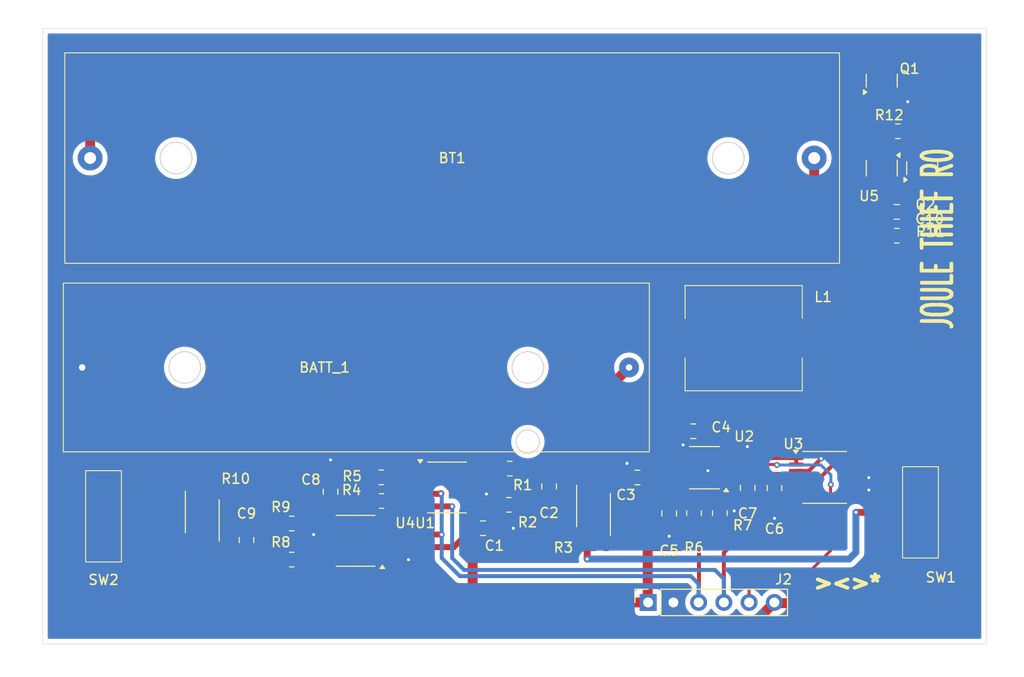
<source format=kicad_pcb>
(kicad_pcb (version 20241229) (generator "pcbnew") (generator_version "9.0")
  (title_block (title "Joule Thief R0") (date "2025-03-15") (rev "5") (company "Suneater Labs"))
  (layers (0 "F.Cu" signal) (2 "B.Cu" signal) (13 "F.Paste" user) (15 "B.Paste" user) (5 "F.SilkS" user "F.Silkscreen") (7 "B.SilkS" user "B.Silkscreen") (1 "F.Mask" user) (3 "B.Mask" user) (25 "Edge.Cuts" user))
  (net 0 "")
  (net 1 "+ALK")
  (net 2 "GND")
  (net 3 "LITH")
  (net 4 "Net-(BT1--)")
  (net 5 "V5+")
  (net 6 "Net-(C2-Pad1)")
  (net 7 "Net-(C2-Pad2)")
  (net 8 "Net-(SW1-B)")
  (net 9 "Net-(U2-AUX)")
  (net 10 "Net-(U2-LDO)")
  (net 11 "Net-(C9-Pad1)")
  (net 12 "Net-(C9-Pad2)")
  (net 13 "Net-(U5-VCC)")
  (net 14 "SDA")
  (net 15 "SHDN")
  (net 16 "SCL")
  (net 17 "Net-(U2-SWITCH)")
  (net 18 "Net-(Q1-D)")
  (net 19 "Net-(Q1-G)")
  (net 20 "Net-(Q2-G)")
  (net 21 "Net-(U1-IN+)")
  (net 22 "Net-(U1-IN-)")
  (net 23 "Net-(SW1-A)")
  (net 24 "Net-(U2-FB)")
  (net 25 "Net-(U4-IN+)")
  (net 26 "Net-(U4-IN-)")
  (net 27 "Net-(U5-CS)")
  (net 28 "MPPC")
  (net 34 "Net-(SW2-B)")
  (footprint "Joule Thief-Library:18650_Cell_Clip" (layer "F.Cu") (at 99.85 42.4)
    (property "Reference" "BT1" (at 0 0 0) (layer "F.SilkS") (effects (font (thickness 0.16))))
    (property "Value" "Battery_Cell")
    (fp_circle (center -27.8 0) (end -26.2 0) (stroke (width 0.1)) (fill no) (layer "Edge.Cuts"))
    (fp_circle (center 27.8 0) (end 29.4 0) (stroke (width 0.1)) (fill no) (layer "Edge.Cuts"))
    (pad "1" thru_hole circle (at 36.45 0) (size 2.5 2.5) (drill 1.2) (layers "*.Cu" "*.Mask") (net 3 "LITH"))
    (pad "2" thru_hole circle (at -36.45 0) (size 2.5 2.5) (drill 1.2) (layers "*.Cu" "*.Mask") (net 4 "Net-(BT1--)"))
  )
  (footprint "Joule Thief-Library:AA_Cell_Clip" (layer "F.Cu") (at 90.2 63.5)
    (property "Reference" "BATT_1" (at -3.1975 0 0) (layer "F.SilkS") (effects (font (thickness 0.16))))
    (property "Value" "Alkaline AA")
    (fp_circle (center -17.27 0) (end -15.68 0) (stroke (width 0.1)) (fill no) (layer "Edge.Cuts"))
    (fp_circle (center 17.27 0) (end 18.86 0) (stroke (width 0.1)) (fill no) (layer "Edge.Cuts"))
    (fp_circle (center 17.27 7.47) (end 18.45 7.47) (stroke (width 0.1)) (fill no) (layer "Edge.Cuts"))
    (pad "1" thru_hole circle (at 27.46 0) (size 2 2) (drill 0.65) (layers "*.Cu" "*.Mask") (net 1 "+ALK"))
    (pad "2" thru_hole circle (at -27.6 0) (size 2 2) (drill 0.65) (layers "*.Cu" "*.Mask") (net 2 "GND"))
  )
  (footprint "Resistor_SMD:R_0805_2012Metric_Pad1.20x1.40mm_HandSolder" (layer "F.Cu") (at 105.66 73.69)
    (property "Reference" "R1" (at 1.29 1.66 0) (layer "F.SilkS") (effects (font (thickness 0.16))))
    (property "Value" "10")
    (pad "1" smd roundrect (at -1 0) (size 1.2 1.4) (layers "F.Cu" "F.Mask" "F.Paste") (roundrect_rratio 0.208333) (net 21 "Net-(U1-IN+)"))
    (pad "2" smd roundrect (at 1 0) (size 1.2 1.4) (layers "F.Cu" "F.Mask" "F.Paste") (roundrect_rratio 0.208333) (net 6 "Net-(C2-Pad1)"))
  )
  (footprint "Package_SO:TSSOP-14_4.4x5mm_P0.65mm" (layer "F.Cu") (at 137.35 74.575)
    (property "Reference" "U3" (at -3.15 -3.375 180) (layer "F.SilkS") (effects (font (thickness 0.16))))
    (property "Value" "AD5280")
    (pad "1" smd roundrect (at -2.8625 -1.95) (size 1.475 0.4) (layers "F.Cu" "F.Mask" "F.Paste") (net 28 "MPPC"))
    (pad "2" smd roundrect (at -2.8625 -1.3) (size 1.475 0.4) (layers "F.Cu" "F.Mask" "F.Paste") (net 28 "MPPC"))
    (pad "3" smd roundrect (at -2.8625 -0.65) (size 1.475 0.4) (layers "F.Cu" "F.Mask" "F.Paste") (net 2 "GND"))
    (pad "4" smd roundrect (at -2.8625 0) (size 1.475 0.4) (layers "F.Cu" "F.Mask" "F.Paste") (net 5 "V5+"))
    (pad "5" smd roundrect (at -2.8625 0.65) (size 1.475 0.4) (layers "F.Cu" "F.Mask" "F.Paste"))
    (pad "6" smd roundrect (at -2.8625 1.3) (size 1.475 0.4) (layers "F.Cu" "F.Mask" "F.Paste") (net 16 "SCL"))
    (pad "7" smd roundrect (at -2.8625 1.95) (size 1.475 0.4) (layers "F.Cu" "F.Mask" "F.Paste") (net 14 "SDA"))
    (pad "8" smd roundrect (at 2.8625 1.95) (size 1.475 0.4) (layers "F.Cu" "F.Mask" "F.Paste") (net 2 "GND"))
    (pad "9" smd roundrect (at 2.8625 1.3) (size 1.475 0.4) (layers "F.Cu" "F.Mask" "F.Paste") (net 2 "GND"))
    (pad "10" smd roundrect (at 2.8625 0.65) (size 1.475 0.4) (layers "F.Cu" "F.Mask" "F.Paste") (net 2 "GND"))
    (pad "11" smd roundrect (at 2.8625 0) (size 1.475 0.4) (layers "F.Cu" "F.Mask" "F.Paste") (net 2 "GND"))
    (pad "12" smd roundrect (at 2.8625 -0.65) (size 1.475 0.4) (layers "F.Cu" "F.Mask" "F.Paste"))
    (pad "13" smd roundrect (at 2.8625 -1.3) (size 1.475 0.4) (layers "F.Cu" "F.Mask" "F.Paste") (net 5 "V5+"))
    (pad "14" smd roundrect (at 2.8625 -1.95) (size 1.475 0.4) (layers "F.Cu" "F.Mask" "F.Paste"))
  )
  (footprint "Package_SO:MSOP-12_3x4.039mm_P0.65mm" (layer "F.Cu") (at 125.25 73.6 180)
    (property "Reference" "U2" (at -4 3.15 0) (layer "F.SilkS") (effects (font (thickness 0.16))))
    (property "Value" "LTC3105xMS")
    (pad "1" smd roundrect (at -2.15 -1.625 180) (size 1.45 0.4) (layers "F.Cu" "F.Mask" "F.Paste") (net 24 "Net-(U2-FB)"))
    (pad "2" smd roundrect (at -2.15 -0.975 180) (size 1.45 0.4) (layers "F.Cu" "F.Mask" "F.Paste") (net 10 "Net-(U2-LDO)"))
    (pad "3" smd roundrect (at -2.15 -0.325 180) (size 1.45 0.4) (layers "F.Cu" "F.Mask" "F.Paste") (net 2 "GND"))
    (pad "4" smd roundrect (at -2.15 0.325 180) (size 1.45 0.4) (layers "F.Cu" "F.Mask" "F.Paste") (net 15 "SHDN"))
    (pad "5" smd roundrect (at -2.15 0.975 180) (size 1.45 0.4) (layers "F.Cu" "F.Mask" "F.Paste") (net 28 "MPPC"))
    (pad "6" smd roundrect (at -2.15 1.625 180) (size 1.45 0.4) (layers "F.Cu" "F.Mask" "F.Paste") (net 2 "GND"))
    (pad "7" smd roundrect (at 2.15 1.625 180) (size 1.45 0.4) (layers "F.Cu" "F.Mask" "F.Paste") (net 2 "GND"))
    (pad "8" smd roundrect (at 2.15 0.975 180) (size 1.45 0.4) (layers "F.Cu" "F.Mask" "F.Paste") (net 23 "Net-(SW1-A)"))
    (pad "9" smd roundrect (at 2.15 0.325 180) (size 1.45 0.4) (layers "F.Cu" "F.Mask" "F.Paste") (net 17 "Net-(U2-SWITCH)"))
    (pad "10" smd roundrect (at 2.15 -0.325 180) (size 1.45 0.4) (layers "F.Cu" "F.Mask" "F.Paste"))
    (pad "11" smd roundrect (at 2.15 -0.975 180) (size 1.45 0.4) (layers "F.Cu" "F.Mask" "F.Paste") (net 5 "V5+"))
    (pad "12" smd roundrect (at 2.15 -1.625 180) (size 1.45 0.4) (layers "F.Cu" "F.Mask" "F.Paste") (net 9 "Net-(U2-AUX)"))
  )
  (footprint "Capacitor_SMD:C_0805_2012Metric_Pad1.18x1.45mm_HandSolder" (layer "F.Cu") (at 118.5 74.5875)
    (property "Reference" "C3" (at -1.15 1.75 0) (layer "F.SilkS") (effects (font (thickness 0.16))))
    (property "Value" "100u")
    (pad "1" smd roundrect (at -1.0375 0) (size 1.175 1.45) (layers "F.Cu" "F.Mask" "F.Paste") (roundrect_rratio 0.212766) (net 2 "GND"))
    (pad "2" smd roundrect (at 1.0375 0) (size 1.175 1.45) (layers "F.Cu" "F.Mask" "F.Paste") (roundrect_rratio 0.212766) (net 5 "V5+"))
  )
  (footprint "Resistor_SMD:R_0805_2012Metric_Pad1.20x1.40mm_HandSolder" (layer "F.Cu") (at 144.725 39.7 180)
    (property "Reference" "R12" (at 0.875 1.625 0) (layer "F.SilkS") (effects (font (thickness 0.16))))
    (property "Value" "1k")
    (pad "1" smd roundrect (at -1 0 180) (size 1.2 1.4) (layers "F.Cu" "F.Mask" "F.Paste") (roundrect_rratio 0.208333) (net 2 "GND"))
    (pad "2" smd roundrect (at 1 0 180) (size 1.2 1.4) (layers "F.Cu" "F.Mask" "F.Paste") (roundrect_rratio 0.208333) (net 27 "Net-(U5-CS)"))
  )
  (footprint "Resistor_SMD:R_0805_2012Metric_Pad1.20x1.40mm_HandSolder" (layer "F.Cu") (at 124.2 78.175 90)
    (property "Reference" "R6" (at -3.475 0 180) (layer "F.SilkS") (effects (font (thickness 0.16))))
    (property "Value" "910k")
    (pad "1" smd roundrect (at -1 0 90) (size 1.2 1.4) (layers "F.Cu" "F.Mask" "F.Paste") (roundrect_rratio 0.208333) (net 5 "V5+"))
    (pad "2" smd roundrect (at 1 0 90) (size 1.2 1.4) (layers "F.Cu" "F.Mask" "F.Paste") (roundrect_rratio 0.208333) (net 24 "Net-(U2-FB)"))
  )
  (footprint "Resistor_SMD:R_0805_2012Metric_Pad1.20x1.40mm_HandSolder" (layer "F.Cu") (at 83.695 82.8575 180)
    (property "Reference" "R8" (at 1.09 1.7475 0) (layer "F.SilkS") (effects (font (thickness 0.16))))
    (property "Value" "10")
    (pad "1" smd roundrect (at -1 0 180) (size 1.2 1.4) (layers "F.Cu" "F.Mask" "F.Paste") (roundrect_rratio 0.208333) (net 25 "Net-(U4-IN+)"))
    (pad "2" smd roundrect (at 1 0 180) (size 1.2 1.4) (layers "F.Cu" "F.Mask" "F.Paste") (roundrect_rratio 0.208333) (net 12 "Net-(C9-Pad2)"))
  )
  (footprint "Resistor_SMD:R_0805_2012Metric_Pad1.20x1.40mm_HandSolder" (layer "F.Cu") (at 83.695 79.22 180)
    (property "Reference" "R9" (at 1.09 1.66 0) (layer "F.SilkS") (effects (font (thickness 0.16))))
    (property "Value" "10")
    (pad "1" smd roundrect (at -1 0 180) (size 1.2 1.4) (layers "F.Cu" "F.Mask" "F.Paste") (roundrect_rratio 0.208333) (net 26 "Net-(U4-IN-)"))
    (pad "2" smd roundrect (at 1 0 180) (size 1.2 1.4) (layers "F.Cu" "F.Mask" "F.Paste") (roundrect_rratio 0.208333) (net 11 "Net-(C9-Pad1)"))
  )
  (footprint "Capacitor_SMD:C_0805_2012Metric_Pad1.18x1.45mm_HandSolder" (layer "F.Cu") (at 109.61 75.49 -90)
    (property "Reference" "C2" (at 2.66 0.01 180) (layer "F.SilkS") (effects (font (thickness 0.16))))
    (property "Value" "0.1u")
    (pad "1" smd roundrect (at -1.0375 0 270) (size 1.175 1.45) (layers "F.Cu" "F.Mask" "F.Paste") (roundrect_rratio 0.212766) (net 6 "Net-(C2-Pad1)"))
    (pad "2" smd roundrect (at 1.0375 0 270) (size 1.175 1.45) (layers "F.Cu" "F.Mask" "F.Paste") (roundrect_rratio 0.212766) (net 7 "Net-(C2-Pad2)"))
  )
  (footprint "Package_TO_SOT_SMD:SOT-23" (layer "F.Cu") (at 143.1 34.6 90)
    (property "Reference" "Q1" (at 1.2 2.8 0) (layer "F.SilkS") (effects (font (thickness 0.16))))
    (property "Value" "AO3400A")
    (pad "1" smd roundrect (at -0.9375 -0.95 90) (size 1.475 0.6) (layers "F.Cu" "F.Mask" "F.Paste") (net 19 "Net-(Q1-G)"))
    (pad "2" smd roundrect (at -0.9375 0.95 90) (size 1.475 0.6) (layers "F.Cu" "F.Mask" "F.Paste") (net 2 "GND"))
    (pad "3" smd roundrect (at 0.9375 0 90) (size 1.475 0.6) (layers "F.Cu" "F.Mask" "F.Paste") (net 18 "Net-(Q1-D)"))
  )
  (footprint "Capacitor_SMD:C_0805_2012Metric_Pad1.18x1.45mm_HandSolder" (layer "F.Cu") (at 79.1425 80.895 -90)
    (property "Reference" "C9" (at -2.685 0 0) (layer "F.SilkS") (effects (font (thickness 0.16))))
    (property "Value" "0.1u")
    (pad "1" smd roundrect (at -1.0375 0 270) (size 1.175 1.45) (layers "F.Cu" "F.Mask" "F.Paste") (roundrect_rratio 0.212766) (net 11 "Net-(C9-Pad1)"))
    (pad "2" smd roundrect (at 1.0375 0 270) (size 1.175 1.45) (layers "F.Cu" "F.Mask" "F.Paste") (roundrect_rratio 0.212766) (net 12 "Net-(C9-Pad2)"))
  )
  (footprint "Capacitor_SMD:C_0805_2012Metric_Pad1.18x1.45mm_HandSolder" (layer "F.Cu") (at 121.7 78.2125 -90)
    (property "Reference" "C5" (at 3.7375 0 180) (layer "F.SilkS") (effects (font (thickness 0.16))))
    (property "Value" "1u")
    (pad "1" smd roundrect (at -1.0375 0 270) (size 1.175 1.45) (layers "F.Cu" "F.Mask" "F.Paste") (roundrect_rratio 0.212766) (net 9 "Net-(U2-AUX)"))
    (pad "2" smd roundrect (at 1.0375 0 270) (size 1.175 1.45) (layers "F.Cu" "F.Mask" "F.Paste") (roundrect_rratio 0.212766) (net 2 "GND"))
  )
  (footprint "Connector_PinSocket_2.54mm:PinSocket_1x06_P2.54mm_Vertical" (layer "F.Cu") (at 119.585 87.175 90)
    (property "Reference" "J2" (at 2.325 13.625 0) (layer "F.SilkS") (effects (font (thickness 0.16))))
    (property "Value" "Conn_01x06_Socket")
    (pad "1" thru_hole rect (at 0 0 90) (size 1.7 1.7) (drill 1) (layers "*.Cu" "*.Mask") (net 5 "V5+"))
    (pad "2" thru_hole oval (at 0 2.54 90) (size 1.7 1.7) (drill 1) (layers "*.Cu" "*.Mask") (net 2 "GND"))
    (pad "3" thru_hole oval (at 0 5.08 90) (size 1.7 1.7) (drill 1) (layers "*.Cu" "*.Mask") (net 14 "SDA"))
    (pad "4" thru_hole oval (at 0 7.62 90) (size 1.7 1.7) (drill 1) (layers "*.Cu" "*.Mask") (net 16 "SCL"))
    (pad "5" thru_hole oval (at 0 10.16 90) (size 1.7 1.7) (drill 1) (layers "*.Cu" "*.Mask") (net 15 "SHDN"))
    (pad "6" thru_hole oval (at 0 12.7 90) (size 1.7 1.7) (drill 1) (layers "*.Cu" "*.Mask") (net 3 "LITH"))
  )
  (footprint "Resistor_SMD:R_0805_2012Metric_Pad1.20x1.40mm_HandSolder" (layer "F.Cu") (at 105.56 77.34)
    (property "Reference" "R2" (at 1.89 1.76 0) (layer "F.SilkS") (effects (font (thickness 0.16))))
    (property "Value" "10")
    (pad "1" smd roundrect (at -1 0) (size 1.2 1.4) (layers "F.Cu" "F.Mask" "F.Paste") (roundrect_rratio 0.208333) (net 22 "Net-(U1-IN-)"))
    (pad "2" smd roundrect (at 1 0) (size 1.2 1.4) (layers "F.Cu" "F.Mask" "F.Paste") (roundrect_rratio 0.208333) (net 7 "Net-(C2-Pad2)"))
  )
  (footprint "Package_TO_SOT_SMD:SOT-23-6" (layer "F.Cu") (at 143.1 43.4125 -90)
    (property "Reference" "U5" (at 2.8125 1.275 180) (layer "F.SilkS") (effects (font (thickness 0.16))))
    (property "Value" "DW01A")
    (pad "1" smd roundrect (at -1.1375 -0.95 270) (size 1.325 0.6) (layers "F.Cu" "F.Mask" "F.Paste") (net 20 "Net-(Q2-G)"))
    (pad "2" smd roundrect (at -1.1375 0 270) (size 1.325 0.6) (layers "F.Cu" "F.Mask" "F.Paste") (net 27 "Net-(U5-CS)"))
    (pad "3" smd roundrect (at -1.1375 0.95 270) (size 1.325 0.6) (layers "F.Cu" "F.Mask" "F.Paste") (net 19 "Net-(Q1-G)"))
    (pad "4" smd roundrect (at 1.1375 0.95 270) (size 1.325 0.6) (layers "F.Cu" "F.Mask" "F.Paste"))
    (pad "5" smd roundrect (at 1.1375 0 270) (size 1.325 0.6) (layers "F.Cu" "F.Mask" "F.Paste") (net 13 "Net-(U5-VCC)"))
    (pad "6" smd roundrect (at 1.1375 -0.95 270) (size 1.325 0.6) (layers "F.Cu" "F.Mask" "F.Paste") (net 4 "Net-(BT1--)"))
  )
  (footprint "Capacitor_SMD:C_0805_2012Metric_Pad1.18x1.45mm_HandSolder" (layer "F.Cu") (at 124.125 69.925 180)
    (property "Reference" "C4" (at -2.8 0.4 0) (layer "F.SilkS") (effects (font (thickness 0.16))))
    (property "Value" "10u")
    (pad "1" smd roundrect (at -1.0375 0 180) (size 1.175 1.45) (layers "F.Cu" "F.Mask" "F.Paste") (roundrect_rratio 0.212766) (net 23 "Net-(SW1-A)"))
    (pad "2" smd roundrect (at 1.0375 0 180) (size 1.175 1.45) (layers "F.Cu" "F.Mask" "F.Paste") (roundrect_rratio 0.212766) (net 2 "GND"))
  )
  (footprint "Package_TO_SOT_SMD:SOT-23" (layer "F.Cu") (at 147.175 43.425 90)
    (property "Reference" "Q2" (at -3.675 0.325 180) (layer "F.SilkS") (effects (font (thickness 0.16))))
    (property "Value" "AO3400A")
    (pad "1" smd roundrect (at -0.9375 -0.95 90) (size 1.475 0.6) (layers "F.Cu" "F.Mask" "F.Paste") (net 20 "Net-(Q2-G)"))
    (pad "2" smd roundrect (at -0.9375 0.95 90) (size 1.475 0.6) (layers "F.Cu" "F.Mask" "F.Paste") (net 4 "Net-(BT1--)"))
    (pad "3" smd roundrect (at 0.9375 0 90) (size 1.475 0.6) (layers "F.Cu" "F.Mask" "F.Paste") (net 18 "Net-(Q1-D)"))
  )
  (footprint "Capacitor_SMD:C_0805_2012Metric_Pad1.18x1.45mm_HandSolder" (layer "F.Cu") (at 129.6 75.6375 -90)
    (property "Reference" "C7" (at 2.5625 0 180) (layer "F.SilkS") (effects (font (thickness 0.16))))
    (property "Value" "4.7u")
    (pad "1" smd roundrect (at -1.0375 0 270) (size 1.175 1.45) (layers "F.Cu" "F.Mask" "F.Paste") (roundrect_rratio 0.212766) (net 10 "Net-(U2-LDO)"))
    (pad "2" smd roundrect (at 1.0375 0 270) (size 1.175 1.45) (layers "F.Cu" "F.Mask" "F.Paste") (roundrect_rratio 0.212766) (net 2 "GND"))
  )
  (footprint "Capacitor_SMD:C_0805_2012Metric_Pad1.18x1.45mm_HandSolder" (layer "F.Cu") (at 132.3 75.65 -90)
    (property "Reference" "C6" (at 4.1 0 180) (layer "F.SilkS") (effects (font (thickness 0.16))))
    (property "Value" "0.1u")
    (pad "1" smd roundrect (at -1.0375 0 270) (size 1.175 1.45) (layers "F.Cu" "F.Mask" "F.Paste") (roundrect_rratio 0.212766) (net 5 "V5+"))
    (pad "2" smd roundrect (at 1.0375 0 270) (size 1.175 1.45) (layers "F.Cu" "F.Mask" "F.Paste") (roundrect_rratio 0.212766) (net 2 "GND"))
  )
  (footprint "Resistor_SMD:R_Shunt_Vishay_WSK2512_6332Metric_T1.19mm" (layer "F.Cu") (at 74.69 78.49 90)
    (property "Reference" "R10" (at 3.78 3.365 0) (layer "F.SilkS") (effects (font (thickness 0.16))))
    (property "Value" "0.1R")
    (pad "1" smd roundrect (at -2.985 -0.635 90) (size 2.29 2.03) (layers "F.Cu" "F.Mask" "F.Paste") (roundrect_rratio 0.12) (net 34 "Net-(SW2-B)"))
    (pad "2" smd roundrect (at -3.43 1.27 90) (size 1.4 0.76) (layers "F.Cu" "F.Mask" "F.Paste") (roundrect_rratio 0.12) (net 12 "Net-(C9-Pad2)"))
    (pad "3" smd roundrect (at 3.43 -1.27 90) (size 1.4 0.76) (layers "F.Cu" "F.Mask" "F.Paste") (net 11 "Net-(C9-Pad1)"))
    (pad "4" smd roundrect (at 2.985 0.635 90) (size 2.29 2.03) (layers "F.Cu" "F.Mask" "F.Paste") (roundrect_rratio 0.12) (net 3 "LITH"))
  )
  (footprint "Package_SO:SOIC-8_3.9x4.9mm_P1.27mm" (layer "F.Cu") (at 90.12 80.965 180)
    (property "Reference" "U4" (at -5.005 1.79 0) (layer "F.SilkS") (effects (font (thickness 0.16))))
    (property "Value" "INA219AxD")
    (pad "1" smd roundrect (at -2.475 -1.905 180) (size 1.95 0.6) (layers "F.Cu" "F.Mask" "F.Paste") (net 2 "GND"))
    (pad "2" smd roundrect (at -2.475 -0.635 180) (size 1.95 0.6) (layers "F.Cu" "F.Mask" "F.Paste") (net 5 "V5+"))
    (pad "3" smd roundrect (at -2.475 0.635 180) (size 1.95 0.6) (layers "F.Cu" "F.Mask" "F.Paste") (net 14 "SDA"))
    (pad "4" smd roundrect (at -2.475 1.905 180) (size 1.95 0.6) (layers "F.Cu" "F.Mask" "F.Paste") (net 16 "SCL"))
    (pad "5" smd roundrect (at 2.475 1.905 180) (size 1.95 0.6) (layers "F.Cu" "F.Mask" "F.Paste") (net 5 "V5+"))
    (pad "6" smd roundrect (at 2.475 0.635 180) (size 1.95 0.6) (layers "F.Cu" "F.Mask" "F.Paste") (net 2 "GND"))
    (pad "7" smd roundrect (at 2.475 -0.635 180) (size 1.95 0.6) (layers "F.Cu" "F.Mask" "F.Paste") (net 26 "Net-(U4-IN-)"))
    (pad "8" smd roundrect (at 2.475 -1.905 180) (size 1.95 0.6) (layers "F.Cu" "F.Mask" "F.Paste") (net 25 "Net-(U4-IN+)"))
  )
  (footprint "Resistor_SMD:R_Shunt_Vishay_WSK2512_6332Metric_T1.19mm" (layer "F.Cu") (at 114.08 77.87 -90)
    (property "Reference" "R3" (at 3.78 3.03 180) (layer "F.SilkS") (effects (font (thickness 0.16))))
    (property "Value" "0.1R")
    (pad "1" smd roundrect (at -2.985 -0.635 270) (size 2.29 2.03) (layers "F.Cu" "F.Mask" "F.Paste") (roundrect_rratio 0.12) (net 1 "+ALK"))
    (pad "2" smd roundrect (at -3.43 1.27 270) (size 1.4 0.76) (layers "F.Cu" "F.Mask" "F.Paste") (roundrect_rratio 0.12) (net 6 "Net-(C2-Pad1)"))
    (pad "3" smd roundrect (at 3.43 -1.27 270) (size 1.4 0.76) (layers "F.Cu" "F.Mask" "F.Paste") (net 7 "Net-(C2-Pad2)"))
    (pad "4" smd roundrect (at 2.985 0.635 270) (size 2.29 2.03) (layers "F.Cu" "F.Mask" "F.Paste") (roundrect_rratio 0.12) (net 8 "Net-(SW1-B)"))
  )
  (footprint "Joule Thief-Library:Power_Inductor_101040" (layer "F.Cu") (at 129.2 60.55)
    (property "Reference" "L1" (at 8 -4.15 0) (layer "F.SilkS") (effects (font (thickness 0.16))))
    (property "Value" "10u")
    (pad "1" smd roundrect (at -4.75 0 90) (size 3.5 4) (layers "F.Cu" "F.Mask" "F.Paste") (roundrect_rratio 0.15) (net 23 "Net-(SW1-A)"))
    (pad "2" smd roundrect (at 4.75 0 90) (size 3.5 4) (layers "F.Cu" "F.Mask" "F.Paste") (roundrect_rratio 0.15) (net 17 "Net-(U2-SWITCH)"))
  )
  (footprint "Resistor_SMD:R_0805_2012Metric_Pad1.20x1.40mm_HandSolder" (layer "F.Cu") (at 126.8 78.175 -90)
    (property "Reference" "R7" (at 1.225 -2.3 180) (layer "F.SilkS") (effects (font (thickness 0.16))))
    (property "Value" "220k")
    (pad "1" smd roundrect (at -1 0 270) (size 1.2 1.4) (layers "F.Cu" "F.Mask" "F.Paste") (roundrect_rratio 0.208333) (net 24 "Net-(U2-FB)"))
    (pad "2" smd roundrect (at 1 0 270) (size 1.2 1.4) (layers "F.Cu" "F.Mask" "F.Paste") (roundrect_rratio 0.208333) (net 2 "GND"))
  )
  (footprint "Resistor_SMD:R_0805_2012Metric_Pad1.20x1.40mm_HandSolder" (layer "F.Cu") (at 144.6125 50.225)
    (property "Reference" "R11" (at 3.3875 -0.4 180) (layer "F.SilkS") (effects (font (thickness 0.16))))
    (property "Value" "100")
    (pad "1" smd roundrect (at -1 0) (size 1.2 1.4) (layers "F.Cu" "F.Mask" "F.Paste") (roundrect_rratio 0.208333) (net 13 "Net-(U5-VCC)"))
    (pad "2" smd roundrect (at 1 0) (size 1.2 1.4) (layers "F.Cu" "F.Mask" "F.Paste") (roundrect_rratio 0.208333) (net 3 "LITH"))
  )
  (footprint "Capacitor_SMD:C_0805_2012Metric_Pad1.18x1.45mm_HandSolder" (layer "F.Cu") (at 87.6075 76.02 90)
    (property "Reference" "C8" (at 1.22 -1.9825 180) (layer "F.SilkS") (effects (font (thickness 0.16))))
    (property "Value" "0.1u")
    (pad "1" smd roundrect (at -1.0375 0 90) (size 1.175 1.45) (layers "F.Cu" "F.Mask" "F.Paste") (roundrect_rratio 0.212766) (net 5 "V5+"))
    (pad "2" smd roundrect (at 1.0375 0 90) (size 1.175 1.45) (layers "F.Cu" "F.Mask" "F.Paste") (roundrect_rratio 0.212766) (net 2 "GND"))
  )
  (footprint "Joule Thief-Library:SMD_DPST_Switch" (layer "F.Cu") (at 147 78.1 -90)
    (property "Reference" "SW1" (at 6.55 -2.05 0) (layer "F.SilkS") (effects (font (thickness 0.16))))
    (property "Value" "SW_SPST")
    (pad "1" smd roundrect (at -2.5 3.45) (size 1.5 0.6) (layers "F.Cu" "F.Mask" "F.Paste") (roundrect_rratio 0.15) (net 23 "Net-(SW1-A)"))
    (pad "2" smd roundrect (at 0 3.45) (size 1.5 0.6) (layers "F.Cu" "F.Mask" "F.Paste") (roundrect_rratio 0.15) (net 8 "Net-(SW1-B)"))
    (pad "3" smd roundrect (at 2.5 3.45) (size 1.5 0.6) (layers "F.Cu" "F.Mask" "F.Paste") (roundrect_rratio 0.15))
    (pad "4" smd roundrect (at -2.5 -3.55) (size 1.5 0.6) (layers "F.Cu" "F.Mask" "F.Paste") (roundrect_rratio 0.15))
    (pad "5" smd roundrect (at 0 -3.55) (size 1.5 0.6) (layers "F.Cu" "F.Mask" "F.Paste") (roundrect_rratio 0.15))
    (pad "6" smd roundrect (at 2.5 -3.55) (size 1.5 0.6) (layers "F.Cu" "F.Mask" "F.Paste") (roundrect_rratio 0.15))
  )
  (footprint "Resistor_SMD:R_0805_2012Metric_Pad1.20x1.40mm_HandSolder" (layer "F.Cu") (at 92.7 74.575)
    (property "Reference" "R5" (at -2.925 -0.125 180) (layer "F.SilkS") (effects (font (thickness 0.16))))
    (property "Value" "4.7k")
    (pad "1" smd roundrect (at -1 0) (size 1.2 1.4) (layers "F.Cu" "F.Mask" "F.Paste") (roundrect_rratio 0.208333) (net 5 "V5+"))
    (pad "2" smd roundrect (at 1 0) (size 1.2 1.4) (layers "F.Cu" "F.Mask" "F.Paste") (roundrect_rratio 0.208333) (net 14 "SDA"))
  )
  (footprint "Resistor_SMD:R_0805_2012Metric_Pad1.20x1.40mm_HandSolder" (layer "F.Cu") (at 92.74 76.955)
    (property "Reference" "R4" (at -3.015 -1.105 180) (layer "F.SilkS") (effects (font (thickness 0.16))))
    (property "Value" "4.7k")
    (pad "1" smd roundrect (at -1 0) (size 1.2 1.4) (layers "F.Cu" "F.Mask" "F.Paste") (roundrect_rratio 0.208333) (net 5 "V5+"))
    (pad "2" smd roundrect (at 1 0) (size 1.2 1.4) (layers "F.Cu" "F.Mask" "F.Paste") (roundrect_rratio 0.208333) (net 16 "SCL"))
  )
  (footprint "Capacitor_SMD:C_0805_2012Metric_Pad1.18x1.45mm_HandSolder" (layer "F.Cu") (at 102.9525 79.6975)
    (property "Reference" "C1" (at 1.1475 1.7525 0) (layer "F.SilkS") (effects (font (thickness 0.16))))
    (property "Value" "0.1u")
    (pad "1" smd roundrect (at -1.0375 0) (size 1.175 1.45) (layers "F.Cu" "F.Mask" "F.Paste") (roundrect_rratio 0.212766) (net 5 "V5+"))
    (pad "2" smd roundrect (at 1.0375 0) (size 1.175 1.45) (layers "F.Cu" "F.Mask" "F.Paste") (roundrect_rratio 0.212766) (net 2 "GND"))
  )
  (footprint "Package_SO:SOIC-8_3.9x4.9mm_P1.27mm" (layer "F.Cu") (at 99.335 75.595)
    (property "Reference" "U1" (at -2.21 3.58 0) (layer "F.SilkS") (effects (font (thickness 0.16))))
    (property "Value" "INA219AxD")
    (pad "1" smd roundrect (at -2.475 -1.905) (size 1.95 0.6) (layers "F.Cu" "F.Mask" "F.Paste") (net 2 "GND"))
    (pad "2" smd roundrect (at -2.475 -0.635) (size 1.95 0.6) (layers "F.Cu" "F.Mask" "F.Paste") (net 2 "GND"))
    (pad "3" smd roundrect (at -2.475 0.635) (size 1.95 0.6) (layers "F.Cu" "F.Mask" "F.Paste") (net 14 "SDA"))
    (pad "4" smd roundrect (at -2.475 1.905) (size 1.95 0.6) (layers "F.Cu" "F.Mask" "F.Paste") (net 16 "SCL"))
    (pad "5" smd roundrect (at 2.475 1.905) (size 1.95 0.6) (layers "F.Cu" "F.Mask" "F.Paste") (net 5 "V5+"))
    (pad "6" smd roundrect (at 2.475 0.635) (size 1.95 0.6) (layers "F.Cu" "F.Mask" "F.Paste") (net 2 "GND"))
    (pad "7" smd roundrect (at 2.475 -0.635) (size 1.95 0.6) (layers "F.Cu" "F.Mask" "F.Paste") (net 22 "Net-(U1-IN-)"))
    (pad "8" smd roundrect (at 2.475 -1.905) (size 1.95 0.6) (layers "F.Cu" "F.Mask" "F.Paste") (net 21 "Net-(U1-IN+)"))
  )
  (footprint "Capacitor_SMD:C_0805_2012Metric_Pad1.18x1.45mm_HandSolder" (layer "F.Cu") (at 144.6125 47.825)
    (property "Reference" "C10" (at 3.3125 0.7 180) (layer "F.SilkS") (effects (font (thickness 0.16))))
    (property "Value" "0.1u")
    (pad "1" smd roundrect (at -1.0375 0) (size 1.175 1.45) (layers "F.Cu" "F.Mask" "F.Paste") (roundrect_rratio 0.212766) (net 13 "Net-(U5-VCC)"))
    (pad "2" smd roundrect (at 1.0375 0) (size 1.175 1.45) (layers "F.Cu" "F.Mask" "F.Paste") (roundrect_rratio 0.212766) (net 4 "Net-(BT1--)"))
  )
  (footprint "Joule Thief-Library:SMD_DPST_Switch" (layer "F.Cu") (at 64.75 78.5 90)
    (property "Reference" "SW2" (at -6.4 0 0) (layer "F.SilkS") (effects (font (thickness 0.16))))
    (property "Value" "SW_SPST")
    (pad "1" smd roundrect (at -2.5 3.45 180) (size 1.5 0.6) (layers "F.Cu" "F.Mask" "F.Paste") (roundrect_rratio 0.15) (net 5 "V5+"))
    (pad "2" smd roundrect (at 0 3.45 180) (size 1.5 0.6) (layers "F.Cu" "F.Mask" "F.Paste") (roundrect_rratio 0.15) (net 34 "Net-(SW2-B)"))
    (pad "3" smd roundrect (at 2.5 3.45 180) (size 1.5 0.6) (layers "F.Cu" "F.Mask" "F.Paste") (roundrect_rratio 0.15))
    (pad "4" smd roundrect (at -2.5 -3.55 180) (size 1.5 0.6) (layers "F.Cu" "F.Mask" "F.Paste") (roundrect_rratio 0.15))
    (pad "5" smd roundrect (at 0 -3.55 180) (size 1.5 0.6) (layers "F.Cu" "F.Mask" "F.Paste") (roundrect_rratio 0.15))
    (pad "6" smd roundrect (at 2.5 -3.55 180) (size 1.5 0.6) (layers "F.Cu" "F.Mask" "F.Paste") (roundrect_rratio 0.15))
  )
  (gr_rect (start 58.625 29.345) (end 153.625 91.345) (stroke (width 0.05)) (fill no) (layer "Edge.Cuts"))
  (gr_text "JOULE THIEF R0" (at 150.5 59.85 90) (layer "F.SilkS") (effects (font (size 3 1.5) (thickness 0.375) (bold yes)) (justify left bottom)))
  (gr_text "><>*" (at 136.05 86.05 0) (layer "F.SilkS") (effects (font (size 1.5 1.5) (thickness 0.375) (bold yes)) (justify left bottom)))
  (segment (start 117.655 63.505) (end 114.715 66.445) (width 1) (layer "F.Cu") (net 1))
  (segment (start 114.715 66.445) (end 114.715 74.885) (width 1) (layer "F.Cu") (net 1))
  (segment (start 141.8 75.3) (end 141.8 75.85) (width 0.3) (layer "F.Cu") (net 2))
  (segment (start 140.2125 75.875) (end 141.775 75.875) (width 0.3) (layer "F.Cu") (net 2))
  (segment (start 128.425 76.675) (end 129.6 76.675) (width 0.4) (layer "F.Cu") (net 2))
  (segment (start 92.595 82.87) (end 95.455 82.87) (width 0.6) (layer "F.Cu") (net 2))
  (segment (start 87.645 80.33) (end 85.905 80.33) (width 0.6) (layer "F.Cu") (net 2))
  (segment (start 123.0875 71.2875) (end 123.1 71.3) (width 0.6) (layer "F.Cu") (net 2))
  (segment (start 141.8 76.523301) (end 141.801699 76.525) (width 0.3) (layer "F.Cu") (net 2))
  (segment (start 129.575 71.475) (end 129.075 71.975) (width 0.4) (layer "F.Cu") (net 2))
  (segment (start 141.8 75.85) (end 141.8 76.523301) (width 0.3) (layer "F.Cu") (net 2))
  (segment (start 144.5375 35.5375) (end 144.05 35.5375) (width 0.6) (layer "F.Cu") (net 2))
  (segment (start 128.25 79) (end 128.075 79.175) (width 0.4) (layer "F.Cu") (net 2))
  (segment (start 100.2 76.23) (end 101.81 76.23) (width 0.6) (layer "F.Cu") (net 2))
  (segment (start 96.86 74.96) (end 98.93 74.96) (width 0.6) (layer "F.Cu") (net 2))
  (segment (start 129.075 71.975) (end 127.4 71.975) (width 0.4) (layer "F.Cu") (net 2))
  (segment (start 98.7 73.73) (end 98.66 73.69) (width 0.6) (layer "F.Cu") (net 2))
  (segment (start 128.075 79.175) (end 126.8 79.175) (width 0.4) (layer "F.Cu") (net 2))
  (segment (start 145.725 36.725) (end 145.725 39.7) (width 0.6) (layer "F.Cu") (net 2))
  (segment (start 87.6075 72.8125) (end 87.605 72.81) (width 0.3) (layer "F.Cu") (net 2))
  (segment (start 105.9975 79.6975) (end 106 79.7) (width 0.3) (layer "F.Cu") (net 2))
  (segment (start 117.45 74.575) (end 117.4625 74.5875) (width 0.6) (layer "F.Cu") (net 2))
  (segment (start 132.3 78.7) (end 132.3 76.6875) (width 0.6) (layer "F.Cu") (net 2))
  (segment (start 105.0975 79.6975) (end 105.9975 79.6975) (width 0.6) (layer "F.Cu") (net 2))
  (segment (start 140.2125 75.225) (end 141.725 75.225) (width 0.3) (layer "F.Cu") (net 2))
  (segment (start 98.93 74.96) (end 100.2 76.23) (width 0.6) (layer "F.Cu") (net 2))
  (segment (start 127.4 73.925) (end 125.6 73.925) (width 0.4) (layer "F.Cu") (net 2))
  (segment (start 86.035 80.33) (end 86.055 80.31) (width 0.3) (layer "F.Cu") (net 2))
  (segment (start 128.25 77.95) (end 128.25 79) (width 0.4) (layer "F.Cu") (net 2))
  (segment (start 145.725 39.7) (end 145.775 39.65) (width 0.6) (layer "F.Cu") (net 2))
  (segment (start 145.725 36.725) (end 144.5375 35.5375) (width 0.6) (layer "F.Cu") (net 2))
  (segment (start 123.1 71.975) (end 123.1 71.3) (width 0.4) (layer "F.Cu") (net 2))
  (segment (start 125.6 73.925) (end 125.6 73.9) (width 0.4) (layer "F.Cu") (net 2))
  (segment (start 121.7 79.25) (end 121.7 80.5) (width 0.4) (layer "F.Cu") (net 2))
  (segment (start 98.66 73.69) (end 96.86 73.69) (width 0.6) (layer "F.Cu") (net 2))
  (segment (start 103.28 76.23) (end 103.3 76.25) (width 0.3) (layer "F.Cu") (net 2))
  (segment (start 141.8 74.6) (end 141.8 75.3) (width 0.3) (layer "F.Cu") (net 2))
  (segment (start 101.81 76.23) (end 103.28 76.23) (width 0.6) (layer "F.Cu") (net 2))
  (segment (start 141.775 75.875) (end 141.8 75.85) (width 0.3) (layer "F.Cu") (net 2))
  (segment (start 140.2375 74.6) (end 141.8 74.6) (width 0.3) (layer "F.Cu") (net 2))
  (segment (start 135.751498 73.925) (end 137.000979 72.675519) (width 0.4) (layer "F.Cu") (net 2))
  (segment (start 141.801699 76.525) (end 140.2125 76.525) (width 0.3) (layer "F.Cu") (net 2))
  (segment (start 141.725 75.225) (end 141.8 75.3) (width 0.3) (layer "F.Cu") (net 2))
  (segment (start 134.4875 73.925) (end 135.751498 73.925) (width 0.4) (layer "F.Cu") (net 2))
  (segment (start 98.7 73.73) (end 98.7 74.96) (width 0.6) (layer "F.Cu") (net 2))
  (segment (start 140.2125 74.575) (end 140.2375 74.6) (width 0.3) (layer "F.Cu") (net 2))
  (segment (start 87.6075 73.7125) (end 87.6075 72.8125) (width 0.6) (layer "F.Cu") (net 2))
  (segment (start 85.905 80.33) (end 86.035 80.33) (width 0.3) (layer "F.Cu") (net 2))
  (segment (start 123.0875 69.925) (end 123.0875 71.2875) (width 0.6) (layer "F.Cu") (net 2))
  (segment (start 87.6075 74.9825) (end 87.8325 74.9825) (width 0.3) (layer "F.Cu") (net 2))
  (segment (start 128.25 76.85) (end 128.425 76.675) (width 0.4) (layer "F.Cu") (net 2))
  (segment (start 87.6075 74.9825) (end 87.6075 73.7125) (width 0.6) (layer "F.Cu") (net 2))
  (segment (start 128.25 78.15) (end 128.25 77.95) (width 0.4) (layer "F.Cu") (net 2))
  (segment (start 128.25 77.95) (end 128.25 76.85) (width 0.4) (layer "F.Cu") (net 2))
  (segment (start 103.99 79.6975) (end 105.0975 79.6975) (width 0.6) (layer "F.Cu") (net 2))
  (segment (start 117.45 73.1625) (end 117.45 74.575) (width 0.6) (layer "F.Cu") (net 2))
  (via (at 125.6 73.9) (size 0.6) (drill 0.3) (layers "F.Cu" "B.Cu") (net 2))
  (via (at 95.455 82.87) (size 0.6) (drill 0.3) (layers "F.Cu" "B.Cu") (net 2))
  (via (at 145.725 36.725) (size 0.6) (drill 0.3) (layers "F.Cu" "B.Cu") (net 2))
  (via (at 132.3 78.7) (size 0.6) (drill 0.3) (layers "F.Cu" "B.Cu") (net 2))
  (via (at 123.1 71.3) (size 0.6) (drill 0.3) (layers "F.Cu" "B.Cu") (net 2))
  (via (at 128.25 77.95) (size 0.6) (drill 0.3) (layers "F.Cu" "B.Cu") (net 2))
  (via (at 141.8 74.6) (size 0.6) (drill 0.3) (layers "F.Cu" "B.Cu") (net 2))
  (via (at 121.7 80.5) (size 0.6) (drill 0.3) (layers "F.Cu" "B.Cu") (net 2))
  (via (at 117.45 73.1625) (size 0.6) (drill 0.3) (layers "F.Cu" "B.Cu") (net 2))
  (via (at 103.3 76.25) (size 0.6) (drill 0.3) (layers "F.Cu" "B.Cu") (net 2))
  (via (at 87.605 72.81) (size 0.6) (drill 0.3) (layers "F.Cu" "B.Cu") (net 2))
  (via (at 129.575 71.475) (size 0.6) (drill 0.3) (layers "F.Cu" "B.Cu") (net 2))
  (via (at 106 79.7) (size 0.6) (drill 0.3) (layers "F.Cu" "B.Cu") (net 2))
  (via (at 85.905 80.33) (size 0.6) (drill 0.3) (layers "F.Cu" "B.Cu") (net 2))
  (via (at 141.8 75.85) (size 0.6) (drill 0.3) (layers "F.Cu" "B.Cu") (net 2))
  (via (at 137.000979 72.675519) (size 0.6) (drill 0.3) (layers "F.Cu" "B.Cu") (net 2))
  (segment (start 145.6125 50.225) (end 145.6125 52.525) (width 1) (layer "F.Cu") (net 3))
  (segment (start 64.58 74.86) (end 66.2 73.24) (width 1) (layer "F.Cu") (net 3))
  (segment (start 66.88 89.2) (end 64.58 86.9) (width 1) (layer "F.Cu") (net 3))
  (segment (start 136.3 47.75) (end 136.3 42.4) (width 1) (layer "F.Cu") (net 3))
  (segment (start 145.6125 52.525) (end 141.075 52.525) (width 1) (layer "F.Cu") (net 3))
  (segment (start 132.285 87.175) (end 130.26 89.2) (width 1) (layer "F.Cu") (net 3))
  (segment (start 143.075 87.25) (end 132.36 87.25) (width 1) (layer "F.Cu") (net 3))
  (segment (start 147 53.9125) (end 147 83.325) (width 1) (layer "F.Cu") (net 3))
  (segment (start 145.6125 52.525) (end 147 53.9125) (width 1) (layer "F.Cu") (net 3))
  (segment (start 130.26 89.2) (end 66.88 89.2) (width 1) (layer "F.Cu") (net 3))
  (segment (start 132.36 87.25) (end 132.285 87.175) (width 1) (layer "F.Cu") (net 3))
  (segment (start 147 83.325) (end 143.075 87.25) (width 1) (layer "F.Cu") (net 3))
  (segment (start 74.204999 73.24) (end 75.325 74.360001) (width 1) (layer "F.Cu") (net 3))
  (segment (start 64.58 86.9) (end 64.58 74.86) (width 1) (layer "F.Cu") (net 3))
  (segment (start 75.325 74.360001) (end 75.325 75.505) (width 1) (layer "F.Cu") (net 3))
  (segment (start 141.075 52.525) (end 136.3 47.75) (width 1) (layer "F.Cu") (net 3))
  (segment (start 66.2 73.24) (end 74.204999 73.24) (width 1) (layer "F.Cu") (net 3))
  (segment (start 145.65 47.825) (end 145.65 46.1) (width 0.6) (layer "F.Cu") (net 4))
  (segment (start 144.05 45.7) (end 144.45 46.1) (width 0.6) (layer "F.Cu") (net 4))
  (segment (start 148.125 44.3625) (end 148.125 43.125) (width 0.7) (layer "F.Cu") (net 4))
  (segment (start 144.05 44.55) (end 144.05 45.7) (width 0.6) (layer "F.Cu") (net 4))
  (segment (start 148.125 43.125) (end 148.65 42.6) (width 0.7) (layer "F.Cu") (net 4))
  (segment (start 67.125 32.075) (end 63.4 35.8) (width 1) (layer "F.Cu") (net 4))
  (segment (start 145.2 46.1) (end 145.65 46.1) (width 0.6) (layer "F.Cu") (net 4))
  (segment (start 148.125 45.5) (end 148.125 44.3625) (width 0.6) (layer "F.Cu") (net 4))
  (segment (start 148.65 34.2) (end 146.525 32.075) (width 1) (layer "F.Cu") (net 4))
  (segment (start 144.45 46.1) (end 145.2 46.1) (width 0.6) (layer "F.Cu") (net 4))
  (segment (start 145.65 46.1) (end 147.525 46.1) (width 0.6) (layer "F.Cu") (net 4))
  (segment (start 148.65 42.6) (end 148.65 34.2) (width 1) (layer "F.Cu") (net 4))
  (segment (start 63.4 35.8) (end 63.4 42.4) (width 1) (layer "F.Cu") (net 4))
  (segment (start 146.525 32.075) (end 67.125 32.075) (width 1) (layer "F.Cu") (net 4))
  (segment (start 147.525 46.1) (end 148.125 45.5) (width 0.6) (layer "F.Cu") (net 4))
  (segment (start 70.19 81) (end 70.97 81.78) (width 0.7) (layer "F.Cu") (net 5))
  (segment (start 124.2 80.1) (end 122.8 81.5) (width 1) (layer "F.Cu") (net 5))
  (segment (start 101.915 79.6975) (end 101.915 87.11) (width 1) (layer "F.Cu") (net 5))
  (segment (start 119.5375 74.5875) (end 119.55 74.6) (width 0.5) (layer "F.Cu") (net 5))
  (segment (start 70.97 81.78) (end 70.97 84.11) (width 1) (layer "F.Cu") (net 5))
  (segment (start 91.6375 77.0575) (end 91.74 76.955) (width 1) (layer "F.Cu") (net 5))
  (segment (start 124.2 80.15) (end 124.2 79.175) (width 0.7) (layer "F.Cu") (net 5))
  (segment (start 119.55 74.575) (end 119.5375 74.5875) (width 0.4) (layer "F.Cu") (net 5))
  (segment (start 90.05 87.11) (end 73.97 87.11) (width 1) (layer "F.Cu") (net 5))
  (segment (start 87.6075 79.0225) (end 87.645 79.06) (width 0.6) (layer "F.Cu") (net 5))
  (segment (start 131.4875 74.6125) (end 130.95 75.15) (width 0.7) (layer "F.Cu") (net 5))
  (segment (start 138.225 73.275) (end 136.925 74.575) (width 0.4) (layer "F.Cu") (net 5))
  (segment (start 119.585 87.175) (end 101.85 87.175) (width 1) (layer "F.Cu") (net 5))
  (segment (start 132.3 74.6125) (end 131.4875 74.6125) (width 0.7) (layer "F.Cu") (net 5))
  (segment (start 124.4 80.35) (end 124.2 80.15) (width 0.7) (layer "F.Cu") (net 5))
  (segment (start 119.6375 81.5) (end 119.5375 81.4) (width 1) (layer "F.Cu") (net 5))
  (segment (start 87.6075 77.0575) (end 87.6075 79.0225) (width 0.6) (layer "F.Cu") (net 5))
  (segment (start 130.2 80.35) (end 127.5 80.35) (width 0.7) (layer "F.Cu") (net 5))
  (segment (start 134.4875 74.575) (end 132.3375 74.575) (width 0.4) (layer "F.Cu") (net 5))
  (segment (start 87.6075 77.0575) (end 90.05 77.0575) (width 1) (layer "F.Cu") (net 5))
  (segment (start 68.2 81) (end 70.19 81) (width 0.6) (layer "F.Cu") (net 5))
  (segment (start 101.915 87.11) (end 90.05 87.11) (width 1) (layer "F.Cu") (net 5))
  (segment (start 130.95 75.15) (end 130.95 79.6) (width 0.7) (layer "F.Cu") (net 5))
  (segment (start 124.2 79.175) (end 124.2 80.1) (width 1) (layer "F.Cu") (net 5))
  (segment (start 130.95 79.6) (end 130.2 80.35) (width 0.7) (layer "F.Cu") (net 5))
  (segment (start 101.915 87.11) (end 101.85 87.175) (width 1) (layer "F.Cu") (net 5))
  (segment (start 122.8 81.5) (end 119.6375 81.5) (width 1) (layer "F.Cu") (net 5))
  (segment (start 101.915 79.6975) (end 100.0125 81.6) (width 0.6) (layer "F.Cu") (net 5))
  (segment (start 132.3375 74.575) (end 132.3 74.6125) (width 0.4) (layer "F.Cu") (net 5))
  (segment (start 91.74 74.615) (end 91.7 74.575) (width 1) (layer "F.Cu") (net 5))
  (segment (start 136.925 74.575) (end 134.4875 74.575) (width 0.4) (layer "F.Cu") (net 5))
  (segment (start 90.05 87.11) (end 90.05 77.0575) (width 1) (layer "F.Cu") (net 5))
  (segment (start 91.74 76.955) (end 91.74 74.615) (width 1) (layer "F.Cu") (net 5))
  (segment (start 119.5375 86.3865) (end 119.55 86.399) (width 1) (layer "F.Cu") (net 5))
  (segment (start 119.5375 81.4) (end 119.5375 86.3865) (width 1) (layer "F.Cu") (net 5))
  (segment (start 119.5375 74.975) (end 119.5375 81.4) (width 1) (layer "F.Cu") (net 5))
  (segment (start 134.45 74.6125) (end 134.4875 74.575) (width 0.3) (layer "F.Cu") (net 5))
  (segment (start 127.5 80.35) (end 124.4 80.35) (width 0.7) (layer "F.Cu") (net 5))
  (segment (start 100.0125 81.6) (end 92.595 81.6) (width 0.6) (layer "F.Cu") (net 5))
  (segment (start 90.05 77.0575) (end 91.6375 77.0575) (width 1) (layer "F.Cu") (net 5))
  (segment (start 101.81 77.5) (end 101.81 79.5925) (width 0.6) (layer "F.Cu") (net 5))
  (segment (start 123.1 74.575) (end 119.55 74.575) (width 0.4) (layer "F.Cu") (net 5))
  (segment (start 73.97 87.11) (end 70.97 84.11) (width 1) (layer "F.Cu") (net 5))
  (segment (start 140.2125 73.275) (end 138.225 73.275) (width 0.4) (layer "F.Cu") (net 5))
  (segment (start 112.7975 74.4525) (end 112.81 74.44) (width 0.3) (layer "F.Cu") (net 6))
  (segment (start 109.61 74.4525) (end 112.7975 74.4525) (width 0.3) (layer "F.Cu") (net 6))
  (segment (start 107.69 73.69) (end 108.4525 74.4525) (width 0.3) (layer "F.Cu") (net 6))
  (segment (start 106.66 73.69) (end 107.69 73.69) (width 0.3) (layer "F.Cu") (net 6))
  (segment (start 108.4525 74.4525) (end 109.61 74.4525) (width 0.3) (layer "F.Cu") (net 6))
  (segment (start 112.7275 76.5275) (end 115.35 79.15) (width 0.3) (layer "F.Cu") (net 7))
  (segment (start 115.35 79.15) (end 115.35 81.3) (width 0.3) (layer "F.Cu") (net 7))
  (segment (start 109.61 76.5275) (end 108.4725 76.5275) (width 0.3) (layer "F.Cu") (net 7))
  (segment (start 108.4725 76.5275) (end 107.66 77.34) (width 0.3) (layer "F.Cu") (net 7))
  (segment (start 107.66 77.34) (end 106.56 77.34) (width 0.3) (layer "F.Cu") (net 7))
  (segment (start 109.61 76.5275) (end 112.7275 76.5275) (width 0.3) (layer "F.Cu") (net 7))
  (segment (start 140.5 78.1) (end 143.55 78.1) (width 0.7) (layer "F.Cu") (net 8))
  (segment (start 113.445 80.855) (end 113.445 82.795) (width 0.7) (layer "F.Cu") (net 8))
  (segment (start 113.445 82.795) (end 113.45 82.8) (width 0.7) (layer "F.Cu") (net 8))
  (via (at 140.5 78.1) (size 0.6) (drill 0.3) (layers "F.Cu" "B.Cu") (net 8))
  (via (at 113.45 82.8) (size 0.6) (drill 0.3) (layers "F.Cu" "B.Cu") (net 8))
  (segment (start 139.825 82.8) (end 113.45 82.8) (width 0.7) (layer "B.Cu") (net 8))
  (segment (start 140.5 82.125) (end 139.825 82.8) (width 0.7) (layer "B.Cu") (net 8))
  (segment (start 140.5 78.1) (end 140.5 82.125) (width 0.7) (layer "B.Cu") (net 8))
  (segment (start 122.25 75.225) (end 123.1 75.225) (width 0.4) (layer "F.Cu") (net 9))
  (segment (start 121.7 77.175) (end 121.7 75.775) (width 0.4) (layer "F.Cu") (net 9))
  (segment (start 121.7 75.775) (end 122.25 75.225) (width 0.4) (layer "F.Cu") (net 9))
  (segment (start 129.575 74.575) (end 129.6 74.6) (width 0.3) (layer "F.Cu") (net 10))
  (segment (start 127.4 74.575) (end 129.575 74.575) (width 0.4) (layer "F.Cu") (net 10))
  (segment (start 79.1425 79.8575) (end 76.4075 79.8575) (width 0.3) (layer "F.Cu") (net 11))
  (segment (start 80.7575 79.8575) (end 81.395 79.22) (width 0.3) (layer "F.Cu") (net 11))
  (segment (start 73.4025 75.0775) (end 73.42 75.06) (width 0.3) (layer "F.Cu") (net 11))
  (segment (start 81.395 79.22) (end 82.695 79.22) (width 0.3) (layer "F.Cu") (net 11))
  (segment (start 73.4025 76.8525) (end 73.4025 75.0775) (width 0.3) (layer "F.Cu") (net 11))
  (segment (start 79.1425 79.8575) (end 80.7575 79.8575) (width 0.3) (layer "F.Cu") (net 11))
  (segment (start 76.4075 79.8575) (end 73.4025 76.8525) (width 0.3) (layer "F.Cu") (net 11))
  (segment (start 75.9725 81.9325) (end 75.96 81.92) (width 0.3) (layer "F.Cu") (net 12))
  (segment (start 79.1425 81.9325) (end 75.9725 81.9325) (width 0.3) (layer "F.Cu") (net 12))
  (segment (start 79.1425 81.9325) (end 80.5775 81.9325) (width 0.3) (layer "F.Cu") (net 12))
  (segment (start 80.5775 81.9325) (end 81.5025 82.8575) (width 0.3) (layer "F.Cu") (net 12))
  (segment (start 81.5025 82.8575) (end 82.695 82.8575) (width 0.3) (layer "F.Cu") (net 12))
  (segment (start 143.1 44.55) (end 143.1 46) (width 0.4) (layer "F.Cu") (net 13))
  (segment (start 143.1 46) (end 143.575 46.475) (width 0.4) (layer "F.Cu") (net 13))
  (segment (start 143.6125 47.8625) (end 143.575 47.825) (width 0.6) (layer "F.Cu") (net 13))
  (segment (start 143.6125 50.225) (end 143.6125 47.8625) (width 0.6) (layer "F.Cu") (net 13))
  (segment (start 143.575 46.475) (end 143.575 47.825) (width 0.4) (layer "F.Cu") (net 13))
  (segment (start 143.15 44.6) (end 143.1 44.55) (width 0.4) (layer "F.Cu") (net 13))
  (segment (start 94.85 74.575) (end 93.7 74.575) (width 0.4) (layer "F.Cu") (net 14))
  (segment (start 124.665 85.51) (end 124.665 87.175) (width 0.4) (layer "F.Cu") (net 14))
  (segment (start 92.595 80.33) (end 98.79 80.33) (width 0.6) (layer "F.Cu") (net 14))
  (segment (start 98.693674 76.23) (end 98.716293 76.207381) (width 0.7) (layer "F.Cu") (net 14))
  (segment (start 96.86 76.23) (end 98.693674 76.23) (width 0.6) (layer "F.Cu") (net 14))
  (segment (start 95.1 75.85) (end 95.1 74.825) (width 0.4) (layer "F.Cu") (net 14))
  (segment (start 136.55 77.5) (end 136.55 80.075) (width 0.4) (layer "F.Cu") (net 14))
  (segment (start 124.7 81.875) (end 124.7 85.475) (width 0.4) (layer "F.Cu") (net 14))
  (segment (start 134.4875 76.525) (end 135.575 76.525) (width 0.4) (layer "F.Cu") (net 14))
  (segment (start 125.45 81.125) (end 124.7 81.875) (width 0.4) (layer "F.Cu") (net 14))
  (segment (start 95.48 76.23) (end 95.1 75.85) (width 0.4) (layer "F.Cu") (net 14))
  (segment (start 96.9 76.27) (end 96.86 76.23) (width 0.3) (layer "F.Cu") (net 14))
  (segment (start 96.86 76.23) (end 95.48 76.23) (width 0.4) (layer "F.Cu") (net 14))
  (segment (start 136.55 80.075) (end 135.5 81.125) (width 0.4) (layer "F.Cu") (net 14))
  (segment (start 135.575 76.525) (end 136.55 77.5) (width 0.4) (layer "F.Cu") (net 14))
  (segment (start 95.1 74.825) (end 94.85 74.575) (width 0.4) (layer "F.Cu") (net 14))
  (segment (start 92.595 80.33) (end 91.620001 80.33) (width 0.6) (layer "F.Cu") (net 14))
  (segment (start 124.7 85.475) (end 124.665 85.51) (width 0.4) (layer "F.Cu") (net 14))
  (segment (start 135.5 81.125) (end 125.45 81.125) (width 0.4) (layer "F.Cu") (net 14))
  (via (at 98.716293 76.207381) (size 0.6) (drill 0.3) (layers "F.Cu" "B.Cu") (net 14))
  (via (at 98.79 80.33) (size 0.6) (drill 0.3) (layers "F.Cu" "B.Cu") (net 14))
  (segment (start 124.665 87.175) (end 124.665 85.315) (width 0.4) (layer "B.Cu") (net 14))
  (segment (start 98.8 76.291088) (end 98.716293 76.207381) (width 0.4) (layer "B.Cu") (net 14))
  (segment (start 100.625058 84.525) (end 98.8 82.699942) (width 0.4) (layer "B.Cu") (net 14))
  (segment (start 98.8 82.699942) (end 98.8 76.291088) (width 0.4) (layer "B.Cu") (net 14))
  (segment (start 124.665 85.315) (end 123.875 84.525) (width 0.4) (layer "B.Cu") (net 14))
  (segment (start 123.875 84.525) (end 100.625058 84.525) (width 0.4) (layer "B.Cu") (net 14))
  (segment (start 129.745 84.905) (end 129.745 87.175) (width 0.3) (layer "F.Cu") (net 15))
  (segment (start 137.95 81.95) (end 135.875 84.025) (width 0.3) (layer "F.Cu") (net 15))
  (segment (start 137.95 75.325) (end 137.95 81.95) (width 0.3) (layer "F.Cu") (net 15))
  (segment (start 132.5 73.275) (end 127.4 73.275) (width 0.3) (layer "F.Cu") (net 15))
  (segment (start 130.625 84.025) (end 129.745 84.905) (width 0.3) (layer "F.Cu") (net 15))
  (segment (start 135.875 84.025) (end 130.625 84.025) (width 0.3) (layer "F.Cu") (net 15))
  (segment (start 137.975 75.3) (end 137.95 75.325) (width 0.3) (layer "F.Cu") (net 15))
  (segment (start 132.55 73.325) (end 132.5 73.275) (width 0.3) (layer "F.Cu") (net 15))
  (via (at 132.55 73.325) (size 0.6) (drill 0.3) (layers "F.Cu" "B.Cu") (net 15))
  (via (at 137.975 75.3) (size 0.6) (drill 0.3) (layers "F.Cu" "B.Cu") (net 15))
  (segment (start 137.975 74.325) (end 136.975 73.325) (width 0.3) (layer "B.Cu") (net 15))
  (segment (start 137.975 75.3) (end 137.975 74.325) (width 0.3) (layer "B.Cu") (net 15))
  (segment (start 136.975 73.325) (end 132.55 73.325) (width 0.3) (layer "B.Cu") (net 15))
  (segment (start 137.975 75.3) (end 138.05 75.3) (width 0.3) (layer "B.Cu") (net 15))
  (segment (start 92.545 79.11) (end 92.595 79.06) (width 0.3) (layer "F.Cu") (net 16))
  (segment (start 136 75.875) (end 137.275 77.15) (width 0.4) (layer "F.Cu") (net 16))
  (segment (start 127.205 82.17) (end 127.205 87.175) (width 0.4) (layer "F.Cu") (net 16))
  (segment (start 134.4875 75.875) (end 136 75.875) (width 0.4) (layer "F.Cu") (net 16))
  (segment (start 137.275 80.45) (end 135.999 81.726) (width 0.4) (layer "F.Cu") (net 16))
  (segment (start 95.15 76.95) (end 95.145 76.955) (width 0.4) (layer "F.Cu") (net 16))
  (segment (start 96.86 77.5) (end 95.7 77.5) (width 0.4) (layer "F.Cu") (net 16))
  (segment (start 95.7 77.5) (end 95.15 76.95) (width 0.4) (layer "F.Cu") (net 16))
  (segment (start 93.74 76.955) (end 93.74 79.065) (width 0.6) (layer "F.Cu") (net 16))
  (segment (start 137.275 77.15) (end 137.275 80.45) (width 0.4) (layer "F.Cu") (net 16))
  (segment (start 127.649 81.726) (end 127.205 82.17) (width 0.4) (layer "F.Cu") (net 16))
  (segment (start 135.999 81.726) (end 127.649 81.726) (width 0.4) (layer "F.Cu") (net 16))
  (segment (start 93.74 79.065) (end 93.735 79.06) (width 0.6) (layer "F.Cu") (net 16))
  (segment (start 99.85 77.5) (end 96.86 77.5) (width 0.6) (layer "F.Cu") (net 16))
  (segment (start 93.735 79.06) (end 92.595 79.06) (width 0.6) (layer "F.Cu") (net 16))
  (segment (start 95.145 76.955) (end 93.74 76.955) (width 0.4) (layer "F.Cu") (net 16))
  (via (at 99.85 77.5) (size 0.6) (drill 0.3) (layers "F.Cu" "B.Cu") (net 16))
  (segment (start 126.3 83.9) (end 127.205 84.805) (width 0.4) (layer "B.Cu") (net 16))
  (segment (start 99.85 77.5) (end 99.85 82.7) (width 0.4) (layer "B.Cu") (net 16))
  (segment (start 101.05 83.9) (end 126.3 83.9) (width 0.4) (layer "B.Cu") (net 16))
  (segment (start 127.205 84.805) (end 127.205 87.175) (width 0.4) (layer "B.Cu") (net 16))
  (segment (start 99.85 82.7) (end 101.05 83.9) (width 0.4) (layer "B.Cu") (net 16))
  (segment (start 124.425 73.275) (end 127 70.7) (width 0.4) (layer "F.Cu") (net 17))
  (segment (start 123.1 73.275) (end 124.425 73.275) (width 0.4) (layer "F.Cu") (net 17))
  (segment (start 127 70.7) (end 128.55 69.15) (width 0.7) (layer "F.Cu") (net 17))
  (segment (start 128.55 69.15) (end 128.55 69.1) (width 0.4) (layer "F.Cu") (net 17))
  (segment (start 147.175 42.3125) (end 147.175 36.3) (width 0.6) (layer "F.Cu") (net 18))
  (segment (start 144.5375 33.6625) (end 143.1 33.6625) (width 0.6) (layer "F.Cu") (net 18))
  (segment (start 147.175 36.3) (end 144.5375 33.6625) (width 0.6) (layer "F.Cu") (net 18))
  (segment (start 142.15 35.5375) (end 142.15 42.275) (width 0.6) (layer "F.Cu") (net 19))
  (segment (start 146.225 42.925) (end 145.575 42.275) (width 0.6) (layer "F.Cu") (net 20))
  (segment (start 145.575 42.275) (end 144.05 42.275) (width 0.6) (layer "F.Cu") (net 20))
  (segment (start 146.225 44.3625) (end 146.225 42.925) (width 0.6) (layer "F.Cu") (net 20))
  (segment (start 101.81 73.69) (end 104.66 73.69) (width 0.6) (layer "F.Cu") (net 21))
  (segment (start 104.56 76.09) (end 104.56 77.34) (width 0.6) (layer "F.Cu") (net 22))
  (segment (start 103.43 74.96) (end 104.56 76.09) (width 0.6) (layer "F.Cu") (net 22))
  (segment (start 101.81 74.96) (end 103.43 74.96) (width 0.6) (layer "F.Cu") (net 22))
  (segment (start 143.6 72.95) (end 141.8 71.15) (width 1) (layer "F.Cu") (net 23))
  (segment (start 124.45 56.5) (end 124.45 60.55) (width 1) (layer "F.Cu") (net 23))
  (segment (start 141.8 57.15) (end 139.725 55.075) (width 1) (layer "F.Cu") (net 23))
  (segment (start 139.725 55.075) (end 125.875 55.075) (width 1) (layer "F.Cu") (net 23))
  (segment (start 123.1 72.625) (end 124.124999 72.625) (width 0.4) (layer "F.Cu") (net 23))
  (segment (start 125.175 69.9375) (end 125.1625 69.925) (width 0.4) (layer "F.Cu") (net 23))
  (segment (start 141.8 71.15) (end 141.8 57.15) (width 1) (layer "F.Cu") (net 23))
  (segment (start 125.175 68.40625) (end 125.1875 68.39375) (width 1) (layer "F.Cu") (net 23))
  (segment (start 124.124999 72.625) (end 125.175 71.574999) (width 0.4) (layer "F.Cu") (net 23))
  (segment (start 125.175 69.54375) (end 125.175 68.40625) (width 1) (layer "F.Cu") (net 23))
  (segment (start 125.175 71.574999) (end 125.175 69.9375) (width 0.4) (layer "F.Cu") (net 23))
  (segment (start 125.875 55.075) (end 124.45 56.5) (width 1) (layer "F.Cu") (net 23))
  (segment (start 143.6 75.35) (end 143.6 72.95) (width 1) (layer "F.Cu") (net 23))
  (segment (start 127.4 75.225) (end 125.075 75.225) (width 0.4) (layer "F.Cu") (net 24))
  (segment (start 124.2 76.1) (end 124.2 77.175) (width 0.4) (layer "F.Cu") (net 24))
  (segment (start 124.2 77.175) (end 126.8 77.175) (width 1) (layer "F.Cu") (net 24))
  (segment (start 125.075 75.225) (end 124.2 76.1) (width 0.4) (layer "F.Cu") (net 24))
  (segment (start 84.7075 82.87) (end 84.695 82.8575) (width 0.6) (layer "F.Cu") (net 25))
  (segment (start 87.645 82.87) (end 84.7075 82.87) (width 0.6) (layer "F.Cu") (net 25))
  (segment (start 85.825 81.6) (end 84.695 80.47) (width 0.6) (layer "F.Cu") (net 26))
  (segment (start 84.695 80.47) (end 84.695 79.22) (width 0.6) (layer "F.Cu") (net 26))
  (segment (start 87.645 81.6) (end 85.825 81.6) (width 0.6) (layer "F.Cu") (net 26))
  (segment (start 143.1 42.275) (end 143.1 41.425) (width 0.6) (layer "F.Cu") (net 27))
  (segment (start 143.725 40.8) (end 143.725 39.7) (width 0.6) (layer "F.Cu") (net 27))
  (segment (start 143.1 41.425) (end 143.725 40.8) (width 0.6) (layer "F.Cu") (net 27))
  (segment (start 127.4 72.625) (end 134.4875 72.625) (width 0.4) (layer "F.Cu") (net 28))
  (segment (start 134.4875 72.625) (end 134.4875 73.275) (width 0.4) (layer "F.Cu") (net 28))
  (segment (start 74.06 79.38) (end 74.055 79.385) (width 0.6) (layer "F.Cu") (net 34))
  (segment (start 73.18 78.5) (end 74.06 79.38) (width 0.6) (layer "F.Cu") (net 34))
  (segment (start 74.055 79.385) (end 74.055 81.475) (width 0.6) (layer "F.Cu") (net 34))
  (segment (start 68.2 78.5) (end 73.18 78.5) (width 0.6) (layer "F.Cu") (net 34))
  (zone (net 23) (net_name "Net-(SW1-A)") (layer "F.Cu") (priority 1) (connect_pads yes (clearance 0.5)) (min_thickness 0.25) (fill yes (thermal_gap 0.5) (thermal_bridge_width 1))
    (polygon (pts (xy 124.7 68.525) (xy 122.318604 66.309224) (xy 122.2 58.6) (xy 128.7 58.6) (xy 128.7 66.203896) (xy 125.65 68.55)))
  )
  (zone (net 17) (net_name "Net-(U2-SWITCH)") (layer "F.Cu") (priority 1) (connect_pads yes (clearance 0.5)) (min_thickness 0.25) (fill yes (thermal_gap 0.5) (thermal_bridge_width 1))
    (polygon (pts (xy 133.05 68.6) (xy 136.2 66.55) (xy 136.2 58.6) (xy 129.7 58.6) (xy 129.7 66.55) (xy 126.45 71) (xy 126.5 71.05)))
  )
  (zone (net 2) (net_name "GND") (layer "B.Cu") (connect_pads yes (clearance 0.5)) (min_thickness 0.25) (fill yes (thermal_gap 0.5) (thermal_bridge_width 0.5))
    (polygon (pts (xy 153.625 91.3375) (xy 58.625 91.3375) (xy 58.625 29.3425) (xy 153.625 29.3425)))
  )
)
</source>
